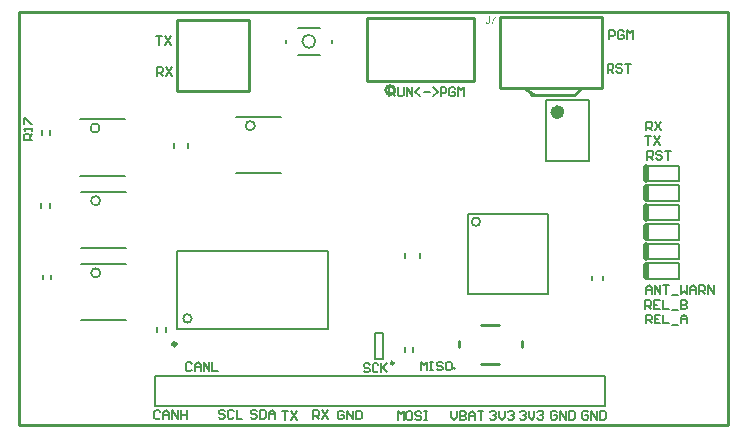
<source format=gto>
G04*
G04 #@! TF.GenerationSoftware,Altium Limited,Altium Designer,18.0.12 (696)*
G04*
G04 Layer_Color=65535*
%FSLAX44Y44*%
%MOMM*%
G71*
G01*
G75*
%ADD10C,0.2540*%
%ADD11C,0.1524*%
%ADD12C,0.0000*%
%ADD13C,0.2500*%
%ADD14C,0.6000*%
%ADD15C,0.2000*%
%ADD16C,0.3000*%
%ADD17C,0.2032*%
%ADD18C,0.5000*%
G36*
X398244Y341629D02*
Y341619D01*
Y341597D01*
Y341553D01*
X398238Y341498D01*
Y341427D01*
X398233Y341351D01*
X398227Y341264D01*
X398222Y341171D01*
X398195Y340974D01*
X398162Y340767D01*
X398113Y340565D01*
X398080Y340472D01*
X398047Y340384D01*
Y340379D01*
X398036Y340368D01*
X398025Y340341D01*
X398009Y340313D01*
X397993Y340275D01*
X397965Y340237D01*
X397900Y340139D01*
X397812Y340029D01*
X397709Y339920D01*
X397583Y339811D01*
X397436Y339718D01*
X397430D01*
X397419Y339707D01*
X397392Y339696D01*
X397359Y339680D01*
X397321Y339664D01*
X397272Y339647D01*
X397217Y339625D01*
X397157Y339604D01*
X397086Y339582D01*
X397010Y339560D01*
X396928Y339543D01*
X396840Y339527D01*
X396655Y339500D01*
X396447Y339489D01*
X396409D01*
X396365Y339494D01*
X396311D01*
X396240Y339505D01*
X396158Y339516D01*
X396070Y339527D01*
X395972Y339549D01*
X395868Y339576D01*
X395765Y339609D01*
X395655Y339647D01*
X395551Y339691D01*
X395442Y339745D01*
X395344Y339811D01*
X395246Y339887D01*
X395158Y339969D01*
X395153Y339975D01*
X395142Y339991D01*
X395115Y340019D01*
X395087Y340062D01*
X395055Y340111D01*
X395016Y340171D01*
X394978Y340242D01*
X394940Y340330D01*
X394896Y340423D01*
X394858Y340532D01*
X394820Y340647D01*
X394793Y340778D01*
X394765Y340914D01*
X394743Y341067D01*
X394732Y341225D01*
Y341400D01*
X395497Y341509D01*
Y341504D01*
Y341477D01*
X395502Y341438D01*
X395508Y341389D01*
X395513Y341329D01*
X395519Y341264D01*
X395530Y341187D01*
X395541Y341111D01*
X395573Y340941D01*
X395622Y340778D01*
X395650Y340701D01*
X395683Y340630D01*
X395721Y340565D01*
X395765Y340510D01*
X395770Y340504D01*
X395775Y340499D01*
X395792Y340488D01*
X395808Y340466D01*
X395863Y340428D01*
X395939Y340379D01*
X396038Y340330D01*
X396152Y340286D01*
X396289Y340253D01*
X396365Y340248D01*
X396442Y340242D01*
X396496D01*
X396556Y340248D01*
X396627Y340259D01*
X396715Y340275D01*
X396808Y340303D01*
X396900Y340335D01*
X396988Y340384D01*
X396993D01*
X396999Y340390D01*
X397026Y340412D01*
X397064Y340444D01*
X397119Y340488D01*
X397168Y340548D01*
X397223Y340614D01*
X397272Y340696D01*
X397310Y340783D01*
Y340788D01*
X397315Y340794D01*
X397321Y340810D01*
X397326Y340832D01*
X397332Y340859D01*
X397337Y340892D01*
X397348Y340930D01*
X397354Y340980D01*
X397365Y341029D01*
X397370Y341089D01*
X397375Y341154D01*
X397386Y341225D01*
X397392Y341302D01*
Y341389D01*
X397397Y341482D01*
Y341580D01*
Y345982D01*
X398244D01*
Y341629D01*
D02*
G37*
G36*
X403486Y345288D02*
X403481Y345283D01*
X403459Y345261D01*
X403426Y345223D01*
X403383Y345168D01*
X403328Y345103D01*
X403262Y345026D01*
X403186Y344933D01*
X403104Y344830D01*
X403017Y344710D01*
X402924Y344584D01*
X402820Y344442D01*
X402716Y344289D01*
X402607Y344120D01*
X402498Y343945D01*
X402389Y343759D01*
X402274Y343563D01*
Y343557D01*
X402269Y343552D01*
X402258Y343535D01*
X402247Y343513D01*
X402236Y343486D01*
X402219Y343453D01*
X402176Y343377D01*
X402127Y343279D01*
X402066Y343164D01*
X402006Y343027D01*
X401935Y342886D01*
X401864Y342722D01*
X401788Y342552D01*
X401712Y342367D01*
X401635Y342176D01*
X401559Y341979D01*
X401488Y341772D01*
X401417Y341564D01*
X401351Y341351D01*
Y341340D01*
X401340Y341313D01*
X401329Y341269D01*
X401313Y341209D01*
X401297Y341138D01*
X401275Y341045D01*
X401253Y340947D01*
X401226Y340832D01*
X401204Y340707D01*
X401176Y340570D01*
X401149Y340428D01*
X401127Y340275D01*
X401105Y340111D01*
X401089Y339948D01*
X401056Y339598D01*
X400248D01*
Y339609D01*
Y339631D01*
X400253Y339674D01*
Y339729D01*
X400259Y339805D01*
X400264Y339893D01*
X400275Y339991D01*
X400292Y340106D01*
X400303Y340232D01*
X400324Y340368D01*
X400346Y340521D01*
X400379Y340679D01*
X400412Y340849D01*
X400450Y341029D01*
X400494Y341214D01*
X400543Y341411D01*
Y341417D01*
X400548Y341422D01*
Y341438D01*
X400554Y341460D01*
X400570Y341515D01*
X400597Y341591D01*
X400625Y341690D01*
X400663Y341804D01*
X400701Y341930D01*
X400750Y342072D01*
X400805Y342225D01*
X400865Y342383D01*
X400931Y342552D01*
X401002Y342733D01*
X401083Y342913D01*
X401165Y343098D01*
X401258Y343284D01*
X401351Y343470D01*
Y343475D01*
X401357Y343481D01*
X401373Y343513D01*
X401406Y343568D01*
X401444Y343634D01*
X401493Y343721D01*
X401553Y343819D01*
X401619Y343934D01*
X401690Y344054D01*
X401772Y344180D01*
X401859Y344316D01*
X401952Y344453D01*
X402050Y344595D01*
X402263Y344879D01*
X402372Y345015D01*
X402481Y345146D01*
X399358D01*
Y345900D01*
X403486D01*
Y345288D01*
D02*
G37*
D10*
X317754Y283718D02*
G03*
X317754Y283718I-3810J0D01*
G01*
X406654Y285242D02*
Y345186D01*
Y285242D02*
X493014D01*
Y345186D01*
X406654D02*
X493014D01*
X385064Y291338D02*
Y344678D01*
X294386Y291338D02*
Y344678D01*
Y291338D02*
X385064D01*
X294386Y344678D02*
X385064D01*
X133350Y283210D02*
Y343154D01*
Y283210D02*
X194310D01*
Y343154D01*
X133350D02*
X194310D01*
X427482Y285242D02*
X434602Y280004D01*
X433910Y279174D02*
X469910D01*
X372110Y66040D02*
Y71120D01*
X391160Y52070D02*
X406400D01*
X425450Y66040D02*
Y71120D01*
X391160Y85090D02*
X406400D01*
X469910Y279174D02*
X476758Y285242D01*
X0Y0D02*
X600000D01*
X0D02*
Y350000D01*
X600000D01*
Y0D02*
Y350000D01*
D11*
X199453Y253496D02*
G03*
X199453Y253496I-3877J0D01*
G01*
X390180Y172212D02*
G03*
X390180Y172212I-3592J0D01*
G01*
X68629Y128860D02*
G03*
X68629Y128860I-3877J0D01*
G01*
X68485Y189992D02*
G03*
X68485Y189992I-3877J0D01*
G01*
X67977Y251460D02*
G03*
X67977Y251460I-3877J0D01*
G01*
X448020Y110780D02*
Y178780D01*
X380020Y110780D02*
X448020D01*
X380020D02*
Y178780D01*
X448020D01*
D12*
X369280Y48080D02*
G03*
X369280Y48080I-1000J0D01*
G01*
D13*
X317046Y52548D02*
G03*
X317046Y52548I-1250J0D01*
G01*
X435852Y280004D02*
G03*
X435852Y280004I-1250J0D01*
G01*
D14*
X458601Y265004D02*
G03*
X458601Y265004I-3000J0D01*
G01*
D15*
X250610Y324866D02*
G03*
X250610Y324866I-5500J0D01*
G01*
X145963Y90318D02*
G03*
X145963Y90318I-3605J0D01*
G01*
X484557Y122460D02*
Y126460D01*
X494557Y122460D02*
Y126460D01*
X130656Y234982D02*
Y238982D01*
X143156Y234982D02*
Y238982D01*
X338990Y141510D02*
Y145510D01*
X326490Y141510D02*
Y145510D01*
X496300Y16150D02*
Y41550D01*
X115300Y16150D02*
Y41550D01*
X134350D01*
X496300D01*
X115300Y16150D02*
X496300D01*
X530410Y156750D02*
X558900D01*
Y170250D01*
X530410D02*
X558900D01*
X530410Y140240D02*
X558900D01*
Y153740D01*
X530410D02*
X558900D01*
X530410Y123730D02*
X558900D01*
Y137230D01*
X530410D02*
X558900D01*
X530410Y206280D02*
X558900D01*
Y219780D01*
X530410D02*
X558900D01*
X530410Y189620D02*
X558900D01*
Y203120D01*
X530410D02*
X558900D01*
X530410Y173260D02*
X558900D01*
Y186760D01*
X530410D02*
X558900D01*
X326192Y62008D02*
Y66008D01*
X333192Y62008D02*
Y66008D01*
X301546Y55548D02*
X307546D01*
X301546Y77548D02*
X307546D01*
Y55548D02*
Y77548D01*
X301546Y55548D02*
Y77548D01*
X123896Y78867D02*
Y82867D01*
X116896Y78867D02*
Y82867D01*
X445602Y224004D02*
Y275004D01*
X482602Y224004D02*
Y275004D01*
X445602D02*
X482602D01*
X445602Y224004D02*
X482602D01*
X264360Y323116D02*
Y326366D01*
X235610Y336366D02*
X254610D01*
X225860Y323116D02*
Y326366D01*
X235610Y313116D02*
X254610D01*
X25903Y245996D02*
Y249996D01*
X18903Y245996D02*
Y249996D01*
X133358Y81068D02*
Y147568D01*
X261358D01*
Y81068D02*
Y147568D01*
X133358Y81068D02*
X261358D01*
X18698Y184129D02*
Y188129D01*
X25698Y184129D02*
Y188129D01*
X19659Y123476D02*
Y127476D01*
X26659Y123476D02*
Y127476D01*
X398494Y10788D02*
X399744Y12038D01*
X402243D01*
X403492Y10788D01*
Y9538D01*
X402243Y8289D01*
X400993D01*
X402243D01*
X403492Y7039D01*
Y5790D01*
X402243Y4540D01*
X399744D01*
X398494Y5790D01*
X405992Y12038D02*
Y7039D01*
X408491Y4540D01*
X410990Y7039D01*
Y12038D01*
X413489Y10788D02*
X414739Y12038D01*
X417238D01*
X418488Y10788D01*
Y9538D01*
X417238Y8289D01*
X415988D01*
X417238D01*
X418488Y7039D01*
Y5790D01*
X417238Y4540D01*
X414739D01*
X413489Y5790D01*
X116554Y295878D02*
Y303376D01*
X120303D01*
X121552Y302126D01*
Y299627D01*
X120303Y298377D01*
X116554D01*
X119053D02*
X121552Y295878D01*
X124052Y303376D02*
X129050Y295878D01*
Y303376D02*
X124052Y295878D01*
X115538Y329030D02*
X120536D01*
X118037D01*
Y321532D01*
X123036Y329030D02*
X128034Y321532D01*
Y329030D02*
X123036Y321532D01*
X312896Y278352D02*
Y285850D01*
X316645D01*
X317894Y284600D01*
Y282101D01*
X316645Y280851D01*
X312896D01*
X315395D02*
X317894Y278352D01*
X320394Y285850D02*
Y279602D01*
X321643Y278352D01*
X324142D01*
X325392Y279602D01*
Y285850D01*
X327891Y278352D02*
Y285850D01*
X332890Y278352D01*
Y285850D01*
X339138Y278352D02*
X335389Y282101D01*
X339138Y285850D01*
X342886Y282101D02*
X347885D01*
X350384Y278352D02*
X354133Y282101D01*
X350384Y285850D01*
X356632Y278352D02*
Y285850D01*
X360381D01*
X361630Y284600D01*
Y282101D01*
X360381Y280851D01*
X356632D01*
X369128Y284600D02*
X367878Y285850D01*
X365379D01*
X364130Y284600D01*
Y279602D01*
X365379Y278352D01*
X367878D01*
X369128Y279602D01*
Y282101D01*
X366629D01*
X371627Y278352D02*
Y285850D01*
X374126Y283350D01*
X376626Y285850D01*
Y278352D01*
X499332Y326866D02*
Y334364D01*
X503081D01*
X504330Y333114D01*
Y330615D01*
X503081Y329365D01*
X499332D01*
X511828Y333114D02*
X510578Y334364D01*
X508079D01*
X506830Y333114D01*
Y328116D01*
X508079Y326866D01*
X510578D01*
X511828Y328116D01*
Y330615D01*
X509329D01*
X514327Y326866D02*
Y334364D01*
X516826Y331864D01*
X519326Y334364D01*
Y326866D01*
X498062Y298418D02*
Y305916D01*
X501811D01*
X503060Y304666D01*
Y302167D01*
X501811Y300917D01*
X498062D01*
X500561D02*
X503060Y298418D01*
X510558Y304666D02*
X509308Y305916D01*
X506809D01*
X505560Y304666D01*
Y303416D01*
X506809Y302167D01*
X509308D01*
X510558Y300917D01*
Y299668D01*
X509308Y298418D01*
X506809D01*
X505560Y299668D01*
X513057Y305916D02*
X518056D01*
X515556D01*
Y298418D01*
X455086Y10828D02*
X453837Y12078D01*
X451338D01*
X450088Y10828D01*
Y5830D01*
X451338Y4580D01*
X453837D01*
X455086Y5830D01*
Y8329D01*
X452587D01*
X457586Y4580D02*
Y12078D01*
X462584Y4580D01*
Y12078D01*
X465083D02*
Y4580D01*
X468832D01*
X470082Y5830D01*
Y10828D01*
X468832Y12078D01*
X465083D01*
X11176Y241566D02*
X3678D01*
Y245315D01*
X4928Y246564D01*
X7427D01*
X8677Y245315D01*
Y241566D01*
Y244065D02*
X11176Y246564D01*
Y249064D02*
Y251563D01*
Y250313D01*
X3678D01*
X4928Y249064D01*
X3678Y255312D02*
Y260310D01*
X4928D01*
X9926Y255312D01*
X11176D01*
X296590Y50952D02*
X295341Y52202D01*
X292842D01*
X291592Y50952D01*
Y49702D01*
X292842Y48453D01*
X295341D01*
X296590Y47203D01*
Y45954D01*
X295341Y44704D01*
X292842D01*
X291592Y45954D01*
X304088Y50952D02*
X302838Y52202D01*
X300339D01*
X299090Y50952D01*
Y45954D01*
X300339Y44704D01*
X302838D01*
X304088Y45954D01*
X306587Y52202D02*
Y44704D01*
Y47203D01*
X311586Y52202D01*
X307837Y48453D01*
X311586Y44704D01*
X119333Y11217D02*
X118083Y12466D01*
X115584D01*
X114334Y11217D01*
Y6218D01*
X115584Y4969D01*
X118083D01*
X119333Y6218D01*
X121832Y4969D02*
Y9967D01*
X124331Y12466D01*
X126830Y9967D01*
Y4969D01*
Y8717D01*
X121832D01*
X129329Y4969D02*
Y12466D01*
X134328Y4969D01*
Y12466D01*
X136827D02*
Y4969D01*
Y8717D01*
X141825D01*
Y12466D01*
Y4969D01*
X145968Y52002D02*
X144719Y53251D01*
X142220D01*
X140970Y52002D01*
Y47003D01*
X142220Y45754D01*
X144719D01*
X145968Y47003D01*
X148468Y45754D02*
Y50752D01*
X150967Y53251D01*
X153466Y50752D01*
Y45754D01*
Y49503D01*
X148468D01*
X155965Y45754D02*
Y53251D01*
X160964Y45754D01*
Y53251D01*
X163463D02*
Y45754D01*
X168461D01*
X222758Y12078D02*
X227756D01*
X225257D01*
Y4580D01*
X230256Y12078D02*
X235254Y4580D01*
Y12078D02*
X230256Y4580D01*
X201086Y11582D02*
X199837Y12832D01*
X197338D01*
X196088Y11582D01*
Y10332D01*
X197338Y9083D01*
X199837D01*
X201086Y7833D01*
Y6584D01*
X199837Y5334D01*
X197338D01*
X196088Y6584D01*
X203586Y12832D02*
Y5334D01*
X207334D01*
X208584Y6584D01*
Y11582D01*
X207334Y12832D01*
X203586D01*
X211083Y5334D02*
Y10332D01*
X213582Y12832D01*
X216082Y10332D01*
Y5334D01*
Y9083D01*
X211083D01*
X423672Y10828D02*
X424922Y12078D01*
X427421D01*
X428670Y10828D01*
Y9578D01*
X427421Y8329D01*
X426171D01*
X427421D01*
X428670Y7079D01*
Y5830D01*
X427421Y4580D01*
X424922D01*
X423672Y5830D01*
X431170Y12078D02*
Y7079D01*
X433669Y4580D01*
X436168Y7079D01*
Y12078D01*
X438667Y10828D02*
X439917Y12078D01*
X442416D01*
X443666Y10828D01*
Y9578D01*
X442416Y8329D01*
X441166D01*
X442416D01*
X443666Y7079D01*
Y5830D01*
X442416Y4580D01*
X439917D01*
X438667Y5830D01*
X173908Y11582D02*
X172659Y12832D01*
X170160D01*
X168910Y11582D01*
Y10332D01*
X170160Y9083D01*
X172659D01*
X173908Y7833D01*
Y6584D01*
X172659Y5334D01*
X170160D01*
X168910Y6584D01*
X181406Y11582D02*
X180156Y12832D01*
X177657D01*
X176408Y11582D01*
Y6584D01*
X177657Y5334D01*
X180156D01*
X181406Y6584D01*
X183905Y12832D02*
Y5334D01*
X188904D01*
X248920Y5080D02*
Y12578D01*
X252669D01*
X253918Y11328D01*
Y8829D01*
X252669Y7579D01*
X248920D01*
X251419D02*
X253918Y5080D01*
X256418Y12578D02*
X261416Y5080D01*
Y12578D02*
X256418Y5080D01*
X320294Y4064D02*
Y11562D01*
X322793Y9062D01*
X325292Y11562D01*
Y4064D01*
X331540Y11562D02*
X329041D01*
X327792Y10312D01*
Y5314D01*
X329041Y4064D01*
X331540D01*
X332790Y5314D01*
Y10312D01*
X331540Y11562D01*
X340288Y10312D02*
X339038Y11562D01*
X336539D01*
X335289Y10312D01*
Y9062D01*
X336539Y7813D01*
X339038D01*
X340288Y6563D01*
Y5314D01*
X339038Y4064D01*
X336539D01*
X335289Y5314D01*
X342787Y11562D02*
X345286D01*
X344036D01*
Y4064D01*
X342787D01*
X345286D01*
X339852Y46231D02*
Y53729D01*
X342351Y51230D01*
X344850Y53729D01*
Y46231D01*
X347350Y53729D02*
X349849D01*
X348599D01*
Y46231D01*
X347350D01*
X349849D01*
X358596Y52479D02*
X357346Y53729D01*
X354847D01*
X353598Y52479D01*
Y51230D01*
X354847Y49980D01*
X357346D01*
X358596Y48731D01*
Y47481D01*
X357346Y46231D01*
X354847D01*
X353598Y47481D01*
X364844Y53729D02*
X362345D01*
X361095Y52479D01*
Y47481D01*
X362345Y46231D01*
X364844D01*
X366094Y47481D01*
Y52479D01*
X364844Y53729D01*
X274746Y11074D02*
X273497Y12324D01*
X270998D01*
X269748Y11074D01*
Y6076D01*
X270998Y4826D01*
X273497D01*
X274746Y6076D01*
Y8575D01*
X272247D01*
X277246Y4826D02*
Y12324D01*
X282244Y4826D01*
Y12324D01*
X284743D02*
Y4826D01*
X288492D01*
X289742Y6076D01*
Y11074D01*
X288492Y12324D01*
X284743D01*
X365506Y11816D02*
Y6817D01*
X368005Y4318D01*
X370504Y6817D01*
Y11816D01*
X373004D02*
Y4318D01*
X376752D01*
X378002Y5568D01*
Y6817D01*
X376752Y8067D01*
X373004D01*
X376752D01*
X378002Y9316D01*
Y10566D01*
X376752Y11816D01*
X373004D01*
X380501Y4318D02*
Y9316D01*
X383000Y11816D01*
X385500Y9316D01*
Y4318D01*
Y8067D01*
X380501D01*
X387999Y11816D02*
X392997D01*
X390498D01*
Y4318D01*
X481502Y10828D02*
X480253Y12078D01*
X477754D01*
X476504Y10828D01*
Y5830D01*
X477754Y4580D01*
X480253D01*
X481502Y5830D01*
Y8329D01*
X479003D01*
X484002Y4580D02*
Y12078D01*
X489000Y4580D01*
Y12078D01*
X491499D02*
Y4580D01*
X495248D01*
X496498Y5830D01*
Y10828D01*
X495248Y12078D01*
X491499D01*
X530098Y98298D02*
Y105796D01*
X533847D01*
X535096Y104546D01*
Y102047D01*
X533847Y100797D01*
X530098D01*
X532597D02*
X535096Y98298D01*
X542594Y105796D02*
X537596D01*
Y98298D01*
X542594D01*
X537596Y102047D02*
X540095D01*
X545093Y105796D02*
Y98298D01*
X550092D01*
X552591Y97048D02*
X557589D01*
X560088Y105796D02*
Y98298D01*
X563837D01*
X565087Y99548D01*
Y100797D01*
X563837Y102047D01*
X560088D01*
X563837D01*
X565087Y103296D01*
Y104546D01*
X563837Y105796D01*
X560088D01*
X530352Y86106D02*
Y93604D01*
X534101D01*
X535350Y92354D01*
Y89855D01*
X534101Y88605D01*
X530352D01*
X532851D02*
X535350Y86106D01*
X542848Y93604D02*
X537850D01*
Y86106D01*
X542848D01*
X537850Y89855D02*
X540349D01*
X545347Y93604D02*
Y86106D01*
X550346D01*
X552845Y84856D02*
X557843D01*
X560342Y86106D02*
Y91104D01*
X562842Y93604D01*
X565341Y91104D01*
Y86106D01*
Y89855D01*
X560342D01*
X530352Y110998D02*
Y115996D01*
X532851Y118496D01*
X535350Y115996D01*
Y110998D01*
Y114747D01*
X530352D01*
X537850Y110998D02*
Y118496D01*
X542848Y110998D01*
Y118496D01*
X545347D02*
X550346D01*
X547846D01*
Y110998D01*
X552845Y109748D02*
X557843D01*
X560342Y118496D02*
Y110998D01*
X562842Y113497D01*
X565341Y110998D01*
Y118496D01*
X567840Y110998D02*
Y115996D01*
X570339Y118496D01*
X572838Y115996D01*
Y110998D01*
Y114747D01*
X567840D01*
X575338Y110998D02*
Y118496D01*
X579086D01*
X580336Y117246D01*
Y114747D01*
X579086Y113497D01*
X575338D01*
X577837D02*
X580336Y110998D01*
X582835D02*
Y118496D01*
X587834Y110998D01*
Y118496D01*
X530840Y249428D02*
Y256926D01*
X534589D01*
X535838Y255676D01*
Y253177D01*
X534589Y251927D01*
X530840D01*
X533339D02*
X535838Y249428D01*
X538338Y256926D02*
X543336Y249428D01*
Y256926D02*
X538338Y249428D01*
X530098Y244480D02*
X535096D01*
X532597D01*
Y236982D01*
X537596Y244480D02*
X542594Y236982D01*
Y244480D02*
X537596Y236982D01*
X531622Y224790D02*
Y232288D01*
X535371D01*
X536620Y231038D01*
Y228539D01*
X535371Y227289D01*
X531622D01*
X534121D02*
X536620Y224790D01*
X544118Y231038D02*
X542868Y232288D01*
X540369D01*
X539120Y231038D01*
Y229788D01*
X540369Y228539D01*
X542868D01*
X544118Y227289D01*
Y226040D01*
X542868Y224790D01*
X540369D01*
X539120Y226040D01*
X546617Y232288D02*
X551616D01*
X549116D01*
Y224790D01*
D16*
X132818Y68598D02*
G03*
X132818Y68598I-1500J0D01*
G01*
D17*
X183180Y261240D02*
X188180D01*
X221180D01*
X183180Y213240D02*
X188180D01*
X221180D01*
X52356Y136604D02*
X57356D01*
X90356D01*
X52356Y88604D02*
X57356D01*
X90356D01*
X57212Y149736D02*
X90212D01*
X52212D02*
X57212D01*
Y197736D02*
X90212D01*
X52212D02*
X57212D01*
X56704Y211204D02*
X89704D01*
X51704D02*
X56704D01*
Y259204D02*
X89704D01*
X51704D02*
X56704D01*
D18*
X530660Y158230D02*
Y168730D01*
Y141720D02*
Y152220D01*
Y125210D02*
Y135710D01*
Y207760D02*
Y218260D01*
Y191100D02*
Y201600D01*
Y174740D02*
Y185240D01*
M02*

</source>
